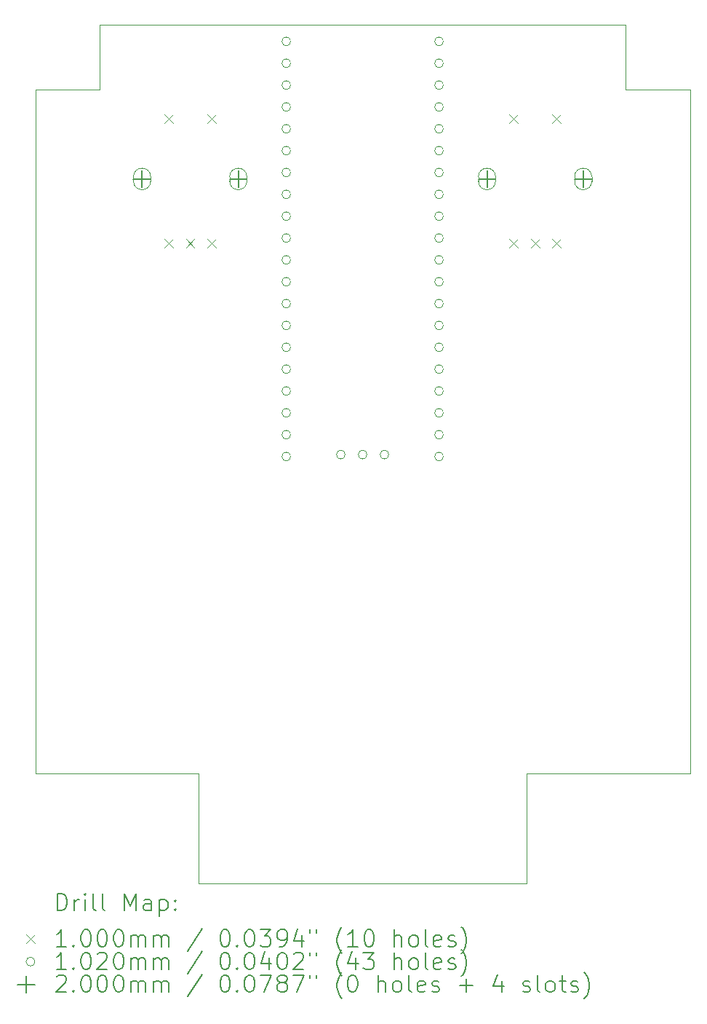
<source format=gbr>
%TF.GenerationSoftware,KiCad,Pcbnew,8.0.4*%
%TF.CreationDate,2024-09-06T01:45:49+10:00*%
%TF.ProjectId,PCB,5043422e-6b69-4636-9164-5f7063625858,rev?*%
%TF.SameCoordinates,Original*%
%TF.FileFunction,Drillmap*%
%TF.FilePolarity,Positive*%
%FSLAX45Y45*%
G04 Gerber Fmt 4.5, Leading zero omitted, Abs format (unit mm)*
G04 Created by KiCad (PCBNEW 8.0.4) date 2024-09-06 01:45:49*
%MOMM*%
%LPD*%
G01*
G04 APERTURE LIST*
%ADD10C,0.100000*%
%ADD11C,0.200000*%
%ADD12C,0.102000*%
G04 APERTURE END LIST*
D10*
X16839500Y-5131500D02*
X17589500Y-5131500D01*
X15689500Y-13081500D02*
X17589500Y-13081500D01*
X16839500Y-5131500D02*
X16839500Y-4381500D01*
X9969500Y-5131500D02*
X9969500Y-13081500D01*
X11869500Y-13081500D02*
X11869500Y-14361500D01*
X9969500Y-5131500D02*
X10719500Y-5131500D01*
X9969500Y-13081500D02*
X11869500Y-13081500D01*
X10719500Y-5131500D02*
X10719500Y-4381500D01*
X17589500Y-5131500D02*
X17589500Y-13081500D01*
X10719500Y-4381500D02*
X16839500Y-4381500D01*
X15689500Y-13081500D02*
X15689500Y-14361500D01*
X11869500Y-14361500D02*
X15689500Y-14361500D01*
D11*
D10*
X11471900Y-5421600D02*
X11571900Y-5521600D01*
X11571900Y-5421600D02*
X11471900Y-5521600D01*
X11471900Y-6871600D02*
X11571900Y-6971600D01*
X11571900Y-6871600D02*
X11471900Y-6971600D01*
X11721900Y-6871600D02*
X11821900Y-6971600D01*
X11821900Y-6871600D02*
X11721900Y-6971600D01*
X11971900Y-5421600D02*
X12071900Y-5521600D01*
X12071900Y-5421600D02*
X11971900Y-5521600D01*
X11971900Y-6871600D02*
X12071900Y-6971600D01*
X12071900Y-6871600D02*
X11971900Y-6971600D01*
X15486900Y-5421600D02*
X15586900Y-5521600D01*
X15586900Y-5421600D02*
X15486900Y-5521600D01*
X15486900Y-6871600D02*
X15586900Y-6971600D01*
X15586900Y-6871600D02*
X15486900Y-6971600D01*
X15736900Y-6871600D02*
X15836900Y-6971600D01*
X15836900Y-6871600D02*
X15736900Y-6971600D01*
X15986900Y-5421600D02*
X16086900Y-5521600D01*
X16086900Y-5421600D02*
X15986900Y-5521600D01*
X15986900Y-6871600D02*
X16086900Y-6971600D01*
X16086900Y-6871600D02*
X15986900Y-6971600D01*
D12*
X12941400Y-4572600D02*
G75*
G02*
X12839400Y-4572600I-51000J0D01*
G01*
X12839400Y-4572600D02*
G75*
G02*
X12941400Y-4572600I51000J0D01*
G01*
X12941400Y-4826600D02*
G75*
G02*
X12839400Y-4826600I-51000J0D01*
G01*
X12839400Y-4826600D02*
G75*
G02*
X12941400Y-4826600I51000J0D01*
G01*
X12941400Y-5080600D02*
G75*
G02*
X12839400Y-5080600I-51000J0D01*
G01*
X12839400Y-5080600D02*
G75*
G02*
X12941400Y-5080600I51000J0D01*
G01*
X12941400Y-5334600D02*
G75*
G02*
X12839400Y-5334600I-51000J0D01*
G01*
X12839400Y-5334600D02*
G75*
G02*
X12941400Y-5334600I51000J0D01*
G01*
X12941400Y-5588600D02*
G75*
G02*
X12839400Y-5588600I-51000J0D01*
G01*
X12839400Y-5588600D02*
G75*
G02*
X12941400Y-5588600I51000J0D01*
G01*
X12941400Y-5842600D02*
G75*
G02*
X12839400Y-5842600I-51000J0D01*
G01*
X12839400Y-5842600D02*
G75*
G02*
X12941400Y-5842600I51000J0D01*
G01*
X12941400Y-6096600D02*
G75*
G02*
X12839400Y-6096600I-51000J0D01*
G01*
X12839400Y-6096600D02*
G75*
G02*
X12941400Y-6096600I51000J0D01*
G01*
X12941400Y-6350600D02*
G75*
G02*
X12839400Y-6350600I-51000J0D01*
G01*
X12839400Y-6350600D02*
G75*
G02*
X12941400Y-6350600I51000J0D01*
G01*
X12941400Y-6604600D02*
G75*
G02*
X12839400Y-6604600I-51000J0D01*
G01*
X12839400Y-6604600D02*
G75*
G02*
X12941400Y-6604600I51000J0D01*
G01*
X12941400Y-6858600D02*
G75*
G02*
X12839400Y-6858600I-51000J0D01*
G01*
X12839400Y-6858600D02*
G75*
G02*
X12941400Y-6858600I51000J0D01*
G01*
X12941400Y-7112600D02*
G75*
G02*
X12839400Y-7112600I-51000J0D01*
G01*
X12839400Y-7112600D02*
G75*
G02*
X12941400Y-7112600I51000J0D01*
G01*
X12941400Y-7366600D02*
G75*
G02*
X12839400Y-7366600I-51000J0D01*
G01*
X12839400Y-7366600D02*
G75*
G02*
X12941400Y-7366600I51000J0D01*
G01*
X12941400Y-7620600D02*
G75*
G02*
X12839400Y-7620600I-51000J0D01*
G01*
X12839400Y-7620600D02*
G75*
G02*
X12941400Y-7620600I51000J0D01*
G01*
X12941400Y-7874600D02*
G75*
G02*
X12839400Y-7874600I-51000J0D01*
G01*
X12839400Y-7874600D02*
G75*
G02*
X12941400Y-7874600I51000J0D01*
G01*
X12941400Y-8128600D02*
G75*
G02*
X12839400Y-8128600I-51000J0D01*
G01*
X12839400Y-8128600D02*
G75*
G02*
X12941400Y-8128600I51000J0D01*
G01*
X12941400Y-8382600D02*
G75*
G02*
X12839400Y-8382600I-51000J0D01*
G01*
X12839400Y-8382600D02*
G75*
G02*
X12941400Y-8382600I51000J0D01*
G01*
X12941400Y-8636600D02*
G75*
G02*
X12839400Y-8636600I-51000J0D01*
G01*
X12839400Y-8636600D02*
G75*
G02*
X12941400Y-8636600I51000J0D01*
G01*
X12941400Y-8890600D02*
G75*
G02*
X12839400Y-8890600I-51000J0D01*
G01*
X12839400Y-8890600D02*
G75*
G02*
X12941400Y-8890600I51000J0D01*
G01*
X12941400Y-9144600D02*
G75*
G02*
X12839400Y-9144600I-51000J0D01*
G01*
X12839400Y-9144600D02*
G75*
G02*
X12941400Y-9144600I51000J0D01*
G01*
X12941400Y-9398600D02*
G75*
G02*
X12839400Y-9398600I-51000J0D01*
G01*
X12839400Y-9398600D02*
G75*
G02*
X12941400Y-9398600I51000J0D01*
G01*
X13576400Y-9375600D02*
G75*
G02*
X13474400Y-9375600I-51000J0D01*
G01*
X13474400Y-9375600D02*
G75*
G02*
X13576400Y-9375600I51000J0D01*
G01*
X13830400Y-9375600D02*
G75*
G02*
X13728400Y-9375600I-51000J0D01*
G01*
X13728400Y-9375600D02*
G75*
G02*
X13830400Y-9375600I51000J0D01*
G01*
X14084400Y-9375600D02*
G75*
G02*
X13982400Y-9375600I-51000J0D01*
G01*
X13982400Y-9375600D02*
G75*
G02*
X14084400Y-9375600I51000J0D01*
G01*
X14719400Y-4572600D02*
G75*
G02*
X14617400Y-4572600I-51000J0D01*
G01*
X14617400Y-4572600D02*
G75*
G02*
X14719400Y-4572600I51000J0D01*
G01*
X14719400Y-4826600D02*
G75*
G02*
X14617400Y-4826600I-51000J0D01*
G01*
X14617400Y-4826600D02*
G75*
G02*
X14719400Y-4826600I51000J0D01*
G01*
X14719400Y-5080600D02*
G75*
G02*
X14617400Y-5080600I-51000J0D01*
G01*
X14617400Y-5080600D02*
G75*
G02*
X14719400Y-5080600I51000J0D01*
G01*
X14719400Y-5334600D02*
G75*
G02*
X14617400Y-5334600I-51000J0D01*
G01*
X14617400Y-5334600D02*
G75*
G02*
X14719400Y-5334600I51000J0D01*
G01*
X14719400Y-5588600D02*
G75*
G02*
X14617400Y-5588600I-51000J0D01*
G01*
X14617400Y-5588600D02*
G75*
G02*
X14719400Y-5588600I51000J0D01*
G01*
X14719400Y-5842600D02*
G75*
G02*
X14617400Y-5842600I-51000J0D01*
G01*
X14617400Y-5842600D02*
G75*
G02*
X14719400Y-5842600I51000J0D01*
G01*
X14719400Y-6096600D02*
G75*
G02*
X14617400Y-6096600I-51000J0D01*
G01*
X14617400Y-6096600D02*
G75*
G02*
X14719400Y-6096600I51000J0D01*
G01*
X14719400Y-6350600D02*
G75*
G02*
X14617400Y-6350600I-51000J0D01*
G01*
X14617400Y-6350600D02*
G75*
G02*
X14719400Y-6350600I51000J0D01*
G01*
X14719400Y-6604600D02*
G75*
G02*
X14617400Y-6604600I-51000J0D01*
G01*
X14617400Y-6604600D02*
G75*
G02*
X14719400Y-6604600I51000J0D01*
G01*
X14719400Y-6858600D02*
G75*
G02*
X14617400Y-6858600I-51000J0D01*
G01*
X14617400Y-6858600D02*
G75*
G02*
X14719400Y-6858600I51000J0D01*
G01*
X14719400Y-7112600D02*
G75*
G02*
X14617400Y-7112600I-51000J0D01*
G01*
X14617400Y-7112600D02*
G75*
G02*
X14719400Y-7112600I51000J0D01*
G01*
X14719400Y-7366600D02*
G75*
G02*
X14617400Y-7366600I-51000J0D01*
G01*
X14617400Y-7366600D02*
G75*
G02*
X14719400Y-7366600I51000J0D01*
G01*
X14719400Y-7620600D02*
G75*
G02*
X14617400Y-7620600I-51000J0D01*
G01*
X14617400Y-7620600D02*
G75*
G02*
X14719400Y-7620600I51000J0D01*
G01*
X14719400Y-7874600D02*
G75*
G02*
X14617400Y-7874600I-51000J0D01*
G01*
X14617400Y-7874600D02*
G75*
G02*
X14719400Y-7874600I51000J0D01*
G01*
X14719400Y-8128600D02*
G75*
G02*
X14617400Y-8128600I-51000J0D01*
G01*
X14617400Y-8128600D02*
G75*
G02*
X14719400Y-8128600I51000J0D01*
G01*
X14719400Y-8382600D02*
G75*
G02*
X14617400Y-8382600I-51000J0D01*
G01*
X14617400Y-8382600D02*
G75*
G02*
X14719400Y-8382600I51000J0D01*
G01*
X14719400Y-8636600D02*
G75*
G02*
X14617400Y-8636600I-51000J0D01*
G01*
X14617400Y-8636600D02*
G75*
G02*
X14719400Y-8636600I51000J0D01*
G01*
X14719400Y-8890600D02*
G75*
G02*
X14617400Y-8890600I-51000J0D01*
G01*
X14617400Y-8890600D02*
G75*
G02*
X14719400Y-8890600I51000J0D01*
G01*
X14719400Y-9144600D02*
G75*
G02*
X14617400Y-9144600I-51000J0D01*
G01*
X14617400Y-9144600D02*
G75*
G02*
X14719400Y-9144600I51000J0D01*
G01*
X14719400Y-9398600D02*
G75*
G02*
X14617400Y-9398600I-51000J0D01*
G01*
X14617400Y-9398600D02*
G75*
G02*
X14719400Y-9398600I51000J0D01*
G01*
D11*
X11211900Y-6071600D02*
X11211900Y-6271600D01*
X11111900Y-6171600D02*
X11311900Y-6171600D01*
D10*
X11311900Y-6196600D02*
X11311900Y-6146600D01*
X11111900Y-6146600D02*
G75*
G02*
X11311900Y-6146600I100000J0D01*
G01*
X11111900Y-6146600D02*
X11111900Y-6196600D01*
X11111900Y-6196600D02*
G75*
G03*
X11311900Y-6196600I100000J0D01*
G01*
D11*
X12331900Y-6071600D02*
X12331900Y-6271600D01*
X12231900Y-6171600D02*
X12431900Y-6171600D01*
D10*
X12431900Y-6196600D02*
X12431900Y-6146600D01*
X12231900Y-6146600D02*
G75*
G02*
X12431900Y-6146600I100000J0D01*
G01*
X12231900Y-6146600D02*
X12231900Y-6196600D01*
X12231900Y-6196600D02*
G75*
G03*
X12431900Y-6196600I100000J0D01*
G01*
D11*
X15226900Y-6071600D02*
X15226900Y-6271600D01*
X15126900Y-6171600D02*
X15326900Y-6171600D01*
D10*
X15326900Y-6196600D02*
X15326900Y-6146600D01*
X15126900Y-6146600D02*
G75*
G02*
X15326900Y-6146600I100000J0D01*
G01*
X15126900Y-6146600D02*
X15126900Y-6196600D01*
X15126900Y-6196600D02*
G75*
G03*
X15326900Y-6196600I100000J0D01*
G01*
D11*
X16346900Y-6071600D02*
X16346900Y-6271600D01*
X16246900Y-6171600D02*
X16446900Y-6171600D01*
D10*
X16446900Y-6196600D02*
X16446900Y-6146600D01*
X16246900Y-6146600D02*
G75*
G02*
X16446900Y-6146600I100000J0D01*
G01*
X16246900Y-6146600D02*
X16246900Y-6196600D01*
X16246900Y-6196600D02*
G75*
G03*
X16446900Y-6196600I100000J0D01*
G01*
D11*
X10225277Y-14677984D02*
X10225277Y-14477984D01*
X10225277Y-14477984D02*
X10272896Y-14477984D01*
X10272896Y-14477984D02*
X10301467Y-14487508D01*
X10301467Y-14487508D02*
X10320515Y-14506555D01*
X10320515Y-14506555D02*
X10330039Y-14525603D01*
X10330039Y-14525603D02*
X10339563Y-14563698D01*
X10339563Y-14563698D02*
X10339563Y-14592269D01*
X10339563Y-14592269D02*
X10330039Y-14630365D01*
X10330039Y-14630365D02*
X10320515Y-14649412D01*
X10320515Y-14649412D02*
X10301467Y-14668460D01*
X10301467Y-14668460D02*
X10272896Y-14677984D01*
X10272896Y-14677984D02*
X10225277Y-14677984D01*
X10425277Y-14677984D02*
X10425277Y-14544650D01*
X10425277Y-14582746D02*
X10434801Y-14563698D01*
X10434801Y-14563698D02*
X10444324Y-14554174D01*
X10444324Y-14554174D02*
X10463372Y-14544650D01*
X10463372Y-14544650D02*
X10482420Y-14544650D01*
X10549086Y-14677984D02*
X10549086Y-14544650D01*
X10549086Y-14477984D02*
X10539563Y-14487508D01*
X10539563Y-14487508D02*
X10549086Y-14497031D01*
X10549086Y-14497031D02*
X10558610Y-14487508D01*
X10558610Y-14487508D02*
X10549086Y-14477984D01*
X10549086Y-14477984D02*
X10549086Y-14497031D01*
X10672896Y-14677984D02*
X10653848Y-14668460D01*
X10653848Y-14668460D02*
X10644324Y-14649412D01*
X10644324Y-14649412D02*
X10644324Y-14477984D01*
X10777658Y-14677984D02*
X10758610Y-14668460D01*
X10758610Y-14668460D02*
X10749086Y-14649412D01*
X10749086Y-14649412D02*
X10749086Y-14477984D01*
X11006229Y-14677984D02*
X11006229Y-14477984D01*
X11006229Y-14477984D02*
X11072896Y-14620841D01*
X11072896Y-14620841D02*
X11139563Y-14477984D01*
X11139563Y-14477984D02*
X11139563Y-14677984D01*
X11320515Y-14677984D02*
X11320515Y-14573222D01*
X11320515Y-14573222D02*
X11310991Y-14554174D01*
X11310991Y-14554174D02*
X11291943Y-14544650D01*
X11291943Y-14544650D02*
X11253848Y-14544650D01*
X11253848Y-14544650D02*
X11234801Y-14554174D01*
X11320515Y-14668460D02*
X11301467Y-14677984D01*
X11301467Y-14677984D02*
X11253848Y-14677984D01*
X11253848Y-14677984D02*
X11234801Y-14668460D01*
X11234801Y-14668460D02*
X11225277Y-14649412D01*
X11225277Y-14649412D02*
X11225277Y-14630365D01*
X11225277Y-14630365D02*
X11234801Y-14611317D01*
X11234801Y-14611317D02*
X11253848Y-14601793D01*
X11253848Y-14601793D02*
X11301467Y-14601793D01*
X11301467Y-14601793D02*
X11320515Y-14592269D01*
X11415753Y-14544650D02*
X11415753Y-14744650D01*
X11415753Y-14554174D02*
X11434801Y-14544650D01*
X11434801Y-14544650D02*
X11472896Y-14544650D01*
X11472896Y-14544650D02*
X11491943Y-14554174D01*
X11491943Y-14554174D02*
X11501467Y-14563698D01*
X11501467Y-14563698D02*
X11510991Y-14582746D01*
X11510991Y-14582746D02*
X11510991Y-14639888D01*
X11510991Y-14639888D02*
X11501467Y-14658936D01*
X11501467Y-14658936D02*
X11491943Y-14668460D01*
X11491943Y-14668460D02*
X11472896Y-14677984D01*
X11472896Y-14677984D02*
X11434801Y-14677984D01*
X11434801Y-14677984D02*
X11415753Y-14668460D01*
X11596705Y-14658936D02*
X11606229Y-14668460D01*
X11606229Y-14668460D02*
X11596705Y-14677984D01*
X11596705Y-14677984D02*
X11587182Y-14668460D01*
X11587182Y-14668460D02*
X11596705Y-14658936D01*
X11596705Y-14658936D02*
X11596705Y-14677984D01*
X11596705Y-14554174D02*
X11606229Y-14563698D01*
X11606229Y-14563698D02*
X11596705Y-14573222D01*
X11596705Y-14573222D02*
X11587182Y-14563698D01*
X11587182Y-14563698D02*
X11596705Y-14554174D01*
X11596705Y-14554174D02*
X11596705Y-14573222D01*
D10*
X9864500Y-14956500D02*
X9964500Y-15056500D01*
X9964500Y-14956500D02*
X9864500Y-15056500D01*
D11*
X10330039Y-15097984D02*
X10215753Y-15097984D01*
X10272896Y-15097984D02*
X10272896Y-14897984D01*
X10272896Y-14897984D02*
X10253848Y-14926555D01*
X10253848Y-14926555D02*
X10234801Y-14945603D01*
X10234801Y-14945603D02*
X10215753Y-14955127D01*
X10415753Y-15078936D02*
X10425277Y-15088460D01*
X10425277Y-15088460D02*
X10415753Y-15097984D01*
X10415753Y-15097984D02*
X10406229Y-15088460D01*
X10406229Y-15088460D02*
X10415753Y-15078936D01*
X10415753Y-15078936D02*
X10415753Y-15097984D01*
X10549086Y-14897984D02*
X10568134Y-14897984D01*
X10568134Y-14897984D02*
X10587182Y-14907508D01*
X10587182Y-14907508D02*
X10596705Y-14917031D01*
X10596705Y-14917031D02*
X10606229Y-14936079D01*
X10606229Y-14936079D02*
X10615753Y-14974174D01*
X10615753Y-14974174D02*
X10615753Y-15021793D01*
X10615753Y-15021793D02*
X10606229Y-15059888D01*
X10606229Y-15059888D02*
X10596705Y-15078936D01*
X10596705Y-15078936D02*
X10587182Y-15088460D01*
X10587182Y-15088460D02*
X10568134Y-15097984D01*
X10568134Y-15097984D02*
X10549086Y-15097984D01*
X10549086Y-15097984D02*
X10530039Y-15088460D01*
X10530039Y-15088460D02*
X10520515Y-15078936D01*
X10520515Y-15078936D02*
X10510991Y-15059888D01*
X10510991Y-15059888D02*
X10501467Y-15021793D01*
X10501467Y-15021793D02*
X10501467Y-14974174D01*
X10501467Y-14974174D02*
X10510991Y-14936079D01*
X10510991Y-14936079D02*
X10520515Y-14917031D01*
X10520515Y-14917031D02*
X10530039Y-14907508D01*
X10530039Y-14907508D02*
X10549086Y-14897984D01*
X10739563Y-14897984D02*
X10758610Y-14897984D01*
X10758610Y-14897984D02*
X10777658Y-14907508D01*
X10777658Y-14907508D02*
X10787182Y-14917031D01*
X10787182Y-14917031D02*
X10796705Y-14936079D01*
X10796705Y-14936079D02*
X10806229Y-14974174D01*
X10806229Y-14974174D02*
X10806229Y-15021793D01*
X10806229Y-15021793D02*
X10796705Y-15059888D01*
X10796705Y-15059888D02*
X10787182Y-15078936D01*
X10787182Y-15078936D02*
X10777658Y-15088460D01*
X10777658Y-15088460D02*
X10758610Y-15097984D01*
X10758610Y-15097984D02*
X10739563Y-15097984D01*
X10739563Y-15097984D02*
X10720515Y-15088460D01*
X10720515Y-15088460D02*
X10710991Y-15078936D01*
X10710991Y-15078936D02*
X10701467Y-15059888D01*
X10701467Y-15059888D02*
X10691944Y-15021793D01*
X10691944Y-15021793D02*
X10691944Y-14974174D01*
X10691944Y-14974174D02*
X10701467Y-14936079D01*
X10701467Y-14936079D02*
X10710991Y-14917031D01*
X10710991Y-14917031D02*
X10720515Y-14907508D01*
X10720515Y-14907508D02*
X10739563Y-14897984D01*
X10930039Y-14897984D02*
X10949086Y-14897984D01*
X10949086Y-14897984D02*
X10968134Y-14907508D01*
X10968134Y-14907508D02*
X10977658Y-14917031D01*
X10977658Y-14917031D02*
X10987182Y-14936079D01*
X10987182Y-14936079D02*
X10996705Y-14974174D01*
X10996705Y-14974174D02*
X10996705Y-15021793D01*
X10996705Y-15021793D02*
X10987182Y-15059888D01*
X10987182Y-15059888D02*
X10977658Y-15078936D01*
X10977658Y-15078936D02*
X10968134Y-15088460D01*
X10968134Y-15088460D02*
X10949086Y-15097984D01*
X10949086Y-15097984D02*
X10930039Y-15097984D01*
X10930039Y-15097984D02*
X10910991Y-15088460D01*
X10910991Y-15088460D02*
X10901467Y-15078936D01*
X10901467Y-15078936D02*
X10891944Y-15059888D01*
X10891944Y-15059888D02*
X10882420Y-15021793D01*
X10882420Y-15021793D02*
X10882420Y-14974174D01*
X10882420Y-14974174D02*
X10891944Y-14936079D01*
X10891944Y-14936079D02*
X10901467Y-14917031D01*
X10901467Y-14917031D02*
X10910991Y-14907508D01*
X10910991Y-14907508D02*
X10930039Y-14897984D01*
X11082420Y-15097984D02*
X11082420Y-14964650D01*
X11082420Y-14983698D02*
X11091944Y-14974174D01*
X11091944Y-14974174D02*
X11110991Y-14964650D01*
X11110991Y-14964650D02*
X11139563Y-14964650D01*
X11139563Y-14964650D02*
X11158610Y-14974174D01*
X11158610Y-14974174D02*
X11168134Y-14993222D01*
X11168134Y-14993222D02*
X11168134Y-15097984D01*
X11168134Y-14993222D02*
X11177658Y-14974174D01*
X11177658Y-14974174D02*
X11196705Y-14964650D01*
X11196705Y-14964650D02*
X11225277Y-14964650D01*
X11225277Y-14964650D02*
X11244324Y-14974174D01*
X11244324Y-14974174D02*
X11253848Y-14993222D01*
X11253848Y-14993222D02*
X11253848Y-15097984D01*
X11349086Y-15097984D02*
X11349086Y-14964650D01*
X11349086Y-14983698D02*
X11358610Y-14974174D01*
X11358610Y-14974174D02*
X11377658Y-14964650D01*
X11377658Y-14964650D02*
X11406229Y-14964650D01*
X11406229Y-14964650D02*
X11425277Y-14974174D01*
X11425277Y-14974174D02*
X11434801Y-14993222D01*
X11434801Y-14993222D02*
X11434801Y-15097984D01*
X11434801Y-14993222D02*
X11444324Y-14974174D01*
X11444324Y-14974174D02*
X11463372Y-14964650D01*
X11463372Y-14964650D02*
X11491943Y-14964650D01*
X11491943Y-14964650D02*
X11510991Y-14974174D01*
X11510991Y-14974174D02*
X11520515Y-14993222D01*
X11520515Y-14993222D02*
X11520515Y-15097984D01*
X11910991Y-14888460D02*
X11739563Y-15145603D01*
X12168134Y-14897984D02*
X12187182Y-14897984D01*
X12187182Y-14897984D02*
X12206229Y-14907508D01*
X12206229Y-14907508D02*
X12215753Y-14917031D01*
X12215753Y-14917031D02*
X12225277Y-14936079D01*
X12225277Y-14936079D02*
X12234801Y-14974174D01*
X12234801Y-14974174D02*
X12234801Y-15021793D01*
X12234801Y-15021793D02*
X12225277Y-15059888D01*
X12225277Y-15059888D02*
X12215753Y-15078936D01*
X12215753Y-15078936D02*
X12206229Y-15088460D01*
X12206229Y-15088460D02*
X12187182Y-15097984D01*
X12187182Y-15097984D02*
X12168134Y-15097984D01*
X12168134Y-15097984D02*
X12149086Y-15088460D01*
X12149086Y-15088460D02*
X12139563Y-15078936D01*
X12139563Y-15078936D02*
X12130039Y-15059888D01*
X12130039Y-15059888D02*
X12120515Y-15021793D01*
X12120515Y-15021793D02*
X12120515Y-14974174D01*
X12120515Y-14974174D02*
X12130039Y-14936079D01*
X12130039Y-14936079D02*
X12139563Y-14917031D01*
X12139563Y-14917031D02*
X12149086Y-14907508D01*
X12149086Y-14907508D02*
X12168134Y-14897984D01*
X12320515Y-15078936D02*
X12330039Y-15088460D01*
X12330039Y-15088460D02*
X12320515Y-15097984D01*
X12320515Y-15097984D02*
X12310991Y-15088460D01*
X12310991Y-15088460D02*
X12320515Y-15078936D01*
X12320515Y-15078936D02*
X12320515Y-15097984D01*
X12453848Y-14897984D02*
X12472896Y-14897984D01*
X12472896Y-14897984D02*
X12491944Y-14907508D01*
X12491944Y-14907508D02*
X12501467Y-14917031D01*
X12501467Y-14917031D02*
X12510991Y-14936079D01*
X12510991Y-14936079D02*
X12520515Y-14974174D01*
X12520515Y-14974174D02*
X12520515Y-15021793D01*
X12520515Y-15021793D02*
X12510991Y-15059888D01*
X12510991Y-15059888D02*
X12501467Y-15078936D01*
X12501467Y-15078936D02*
X12491944Y-15088460D01*
X12491944Y-15088460D02*
X12472896Y-15097984D01*
X12472896Y-15097984D02*
X12453848Y-15097984D01*
X12453848Y-15097984D02*
X12434801Y-15088460D01*
X12434801Y-15088460D02*
X12425277Y-15078936D01*
X12425277Y-15078936D02*
X12415753Y-15059888D01*
X12415753Y-15059888D02*
X12406229Y-15021793D01*
X12406229Y-15021793D02*
X12406229Y-14974174D01*
X12406229Y-14974174D02*
X12415753Y-14936079D01*
X12415753Y-14936079D02*
X12425277Y-14917031D01*
X12425277Y-14917031D02*
X12434801Y-14907508D01*
X12434801Y-14907508D02*
X12453848Y-14897984D01*
X12587182Y-14897984D02*
X12710991Y-14897984D01*
X12710991Y-14897984D02*
X12644325Y-14974174D01*
X12644325Y-14974174D02*
X12672896Y-14974174D01*
X12672896Y-14974174D02*
X12691944Y-14983698D01*
X12691944Y-14983698D02*
X12701467Y-14993222D01*
X12701467Y-14993222D02*
X12710991Y-15012269D01*
X12710991Y-15012269D02*
X12710991Y-15059888D01*
X12710991Y-15059888D02*
X12701467Y-15078936D01*
X12701467Y-15078936D02*
X12691944Y-15088460D01*
X12691944Y-15088460D02*
X12672896Y-15097984D01*
X12672896Y-15097984D02*
X12615753Y-15097984D01*
X12615753Y-15097984D02*
X12596706Y-15088460D01*
X12596706Y-15088460D02*
X12587182Y-15078936D01*
X12806229Y-15097984D02*
X12844325Y-15097984D01*
X12844325Y-15097984D02*
X12863372Y-15088460D01*
X12863372Y-15088460D02*
X12872896Y-15078936D01*
X12872896Y-15078936D02*
X12891944Y-15050365D01*
X12891944Y-15050365D02*
X12901467Y-15012269D01*
X12901467Y-15012269D02*
X12901467Y-14936079D01*
X12901467Y-14936079D02*
X12891944Y-14917031D01*
X12891944Y-14917031D02*
X12882420Y-14907508D01*
X12882420Y-14907508D02*
X12863372Y-14897984D01*
X12863372Y-14897984D02*
X12825277Y-14897984D01*
X12825277Y-14897984D02*
X12806229Y-14907508D01*
X12806229Y-14907508D02*
X12796706Y-14917031D01*
X12796706Y-14917031D02*
X12787182Y-14936079D01*
X12787182Y-14936079D02*
X12787182Y-14983698D01*
X12787182Y-14983698D02*
X12796706Y-15002746D01*
X12796706Y-15002746D02*
X12806229Y-15012269D01*
X12806229Y-15012269D02*
X12825277Y-15021793D01*
X12825277Y-15021793D02*
X12863372Y-15021793D01*
X12863372Y-15021793D02*
X12882420Y-15012269D01*
X12882420Y-15012269D02*
X12891944Y-15002746D01*
X12891944Y-15002746D02*
X12901467Y-14983698D01*
X13072896Y-14964650D02*
X13072896Y-15097984D01*
X13025277Y-14888460D02*
X12977658Y-15031317D01*
X12977658Y-15031317D02*
X13101467Y-15031317D01*
X13168134Y-14897984D02*
X13168134Y-14936079D01*
X13244325Y-14897984D02*
X13244325Y-14936079D01*
X13539563Y-15174174D02*
X13530039Y-15164650D01*
X13530039Y-15164650D02*
X13510991Y-15136079D01*
X13510991Y-15136079D02*
X13501468Y-15117031D01*
X13501468Y-15117031D02*
X13491944Y-15088460D01*
X13491944Y-15088460D02*
X13482420Y-15040841D01*
X13482420Y-15040841D02*
X13482420Y-15002746D01*
X13482420Y-15002746D02*
X13491944Y-14955127D01*
X13491944Y-14955127D02*
X13501468Y-14926555D01*
X13501468Y-14926555D02*
X13510991Y-14907508D01*
X13510991Y-14907508D02*
X13530039Y-14878936D01*
X13530039Y-14878936D02*
X13539563Y-14869412D01*
X13720515Y-15097984D02*
X13606229Y-15097984D01*
X13663372Y-15097984D02*
X13663372Y-14897984D01*
X13663372Y-14897984D02*
X13644325Y-14926555D01*
X13644325Y-14926555D02*
X13625277Y-14945603D01*
X13625277Y-14945603D02*
X13606229Y-14955127D01*
X13844325Y-14897984D02*
X13863372Y-14897984D01*
X13863372Y-14897984D02*
X13882420Y-14907508D01*
X13882420Y-14907508D02*
X13891944Y-14917031D01*
X13891944Y-14917031D02*
X13901468Y-14936079D01*
X13901468Y-14936079D02*
X13910991Y-14974174D01*
X13910991Y-14974174D02*
X13910991Y-15021793D01*
X13910991Y-15021793D02*
X13901468Y-15059888D01*
X13901468Y-15059888D02*
X13891944Y-15078936D01*
X13891944Y-15078936D02*
X13882420Y-15088460D01*
X13882420Y-15088460D02*
X13863372Y-15097984D01*
X13863372Y-15097984D02*
X13844325Y-15097984D01*
X13844325Y-15097984D02*
X13825277Y-15088460D01*
X13825277Y-15088460D02*
X13815753Y-15078936D01*
X13815753Y-15078936D02*
X13806229Y-15059888D01*
X13806229Y-15059888D02*
X13796706Y-15021793D01*
X13796706Y-15021793D02*
X13796706Y-14974174D01*
X13796706Y-14974174D02*
X13806229Y-14936079D01*
X13806229Y-14936079D02*
X13815753Y-14917031D01*
X13815753Y-14917031D02*
X13825277Y-14907508D01*
X13825277Y-14907508D02*
X13844325Y-14897984D01*
X14149087Y-15097984D02*
X14149087Y-14897984D01*
X14234801Y-15097984D02*
X14234801Y-14993222D01*
X14234801Y-14993222D02*
X14225277Y-14974174D01*
X14225277Y-14974174D02*
X14206230Y-14964650D01*
X14206230Y-14964650D02*
X14177658Y-14964650D01*
X14177658Y-14964650D02*
X14158610Y-14974174D01*
X14158610Y-14974174D02*
X14149087Y-14983698D01*
X14358610Y-15097984D02*
X14339563Y-15088460D01*
X14339563Y-15088460D02*
X14330039Y-15078936D01*
X14330039Y-15078936D02*
X14320515Y-15059888D01*
X14320515Y-15059888D02*
X14320515Y-15002746D01*
X14320515Y-15002746D02*
X14330039Y-14983698D01*
X14330039Y-14983698D02*
X14339563Y-14974174D01*
X14339563Y-14974174D02*
X14358610Y-14964650D01*
X14358610Y-14964650D02*
X14387182Y-14964650D01*
X14387182Y-14964650D02*
X14406230Y-14974174D01*
X14406230Y-14974174D02*
X14415753Y-14983698D01*
X14415753Y-14983698D02*
X14425277Y-15002746D01*
X14425277Y-15002746D02*
X14425277Y-15059888D01*
X14425277Y-15059888D02*
X14415753Y-15078936D01*
X14415753Y-15078936D02*
X14406230Y-15088460D01*
X14406230Y-15088460D02*
X14387182Y-15097984D01*
X14387182Y-15097984D02*
X14358610Y-15097984D01*
X14539563Y-15097984D02*
X14520515Y-15088460D01*
X14520515Y-15088460D02*
X14510991Y-15069412D01*
X14510991Y-15069412D02*
X14510991Y-14897984D01*
X14691944Y-15088460D02*
X14672896Y-15097984D01*
X14672896Y-15097984D02*
X14634801Y-15097984D01*
X14634801Y-15097984D02*
X14615753Y-15088460D01*
X14615753Y-15088460D02*
X14606230Y-15069412D01*
X14606230Y-15069412D02*
X14606230Y-14993222D01*
X14606230Y-14993222D02*
X14615753Y-14974174D01*
X14615753Y-14974174D02*
X14634801Y-14964650D01*
X14634801Y-14964650D02*
X14672896Y-14964650D01*
X14672896Y-14964650D02*
X14691944Y-14974174D01*
X14691944Y-14974174D02*
X14701468Y-14993222D01*
X14701468Y-14993222D02*
X14701468Y-15012269D01*
X14701468Y-15012269D02*
X14606230Y-15031317D01*
X14777658Y-15088460D02*
X14796706Y-15097984D01*
X14796706Y-15097984D02*
X14834801Y-15097984D01*
X14834801Y-15097984D02*
X14853849Y-15088460D01*
X14853849Y-15088460D02*
X14863372Y-15069412D01*
X14863372Y-15069412D02*
X14863372Y-15059888D01*
X14863372Y-15059888D02*
X14853849Y-15040841D01*
X14853849Y-15040841D02*
X14834801Y-15031317D01*
X14834801Y-15031317D02*
X14806230Y-15031317D01*
X14806230Y-15031317D02*
X14787182Y-15021793D01*
X14787182Y-15021793D02*
X14777658Y-15002746D01*
X14777658Y-15002746D02*
X14777658Y-14993222D01*
X14777658Y-14993222D02*
X14787182Y-14974174D01*
X14787182Y-14974174D02*
X14806230Y-14964650D01*
X14806230Y-14964650D02*
X14834801Y-14964650D01*
X14834801Y-14964650D02*
X14853849Y-14974174D01*
X14930039Y-15174174D02*
X14939563Y-15164650D01*
X14939563Y-15164650D02*
X14958611Y-15136079D01*
X14958611Y-15136079D02*
X14968134Y-15117031D01*
X14968134Y-15117031D02*
X14977658Y-15088460D01*
X14977658Y-15088460D02*
X14987182Y-15040841D01*
X14987182Y-15040841D02*
X14987182Y-15002746D01*
X14987182Y-15002746D02*
X14977658Y-14955127D01*
X14977658Y-14955127D02*
X14968134Y-14926555D01*
X14968134Y-14926555D02*
X14958611Y-14907508D01*
X14958611Y-14907508D02*
X14939563Y-14878936D01*
X14939563Y-14878936D02*
X14930039Y-14869412D01*
D12*
X9964500Y-15270500D02*
G75*
G02*
X9862500Y-15270500I-51000J0D01*
G01*
X9862500Y-15270500D02*
G75*
G02*
X9964500Y-15270500I51000J0D01*
G01*
D11*
X10330039Y-15361984D02*
X10215753Y-15361984D01*
X10272896Y-15361984D02*
X10272896Y-15161984D01*
X10272896Y-15161984D02*
X10253848Y-15190555D01*
X10253848Y-15190555D02*
X10234801Y-15209603D01*
X10234801Y-15209603D02*
X10215753Y-15219127D01*
X10415753Y-15342936D02*
X10425277Y-15352460D01*
X10425277Y-15352460D02*
X10415753Y-15361984D01*
X10415753Y-15361984D02*
X10406229Y-15352460D01*
X10406229Y-15352460D02*
X10415753Y-15342936D01*
X10415753Y-15342936D02*
X10415753Y-15361984D01*
X10549086Y-15161984D02*
X10568134Y-15161984D01*
X10568134Y-15161984D02*
X10587182Y-15171508D01*
X10587182Y-15171508D02*
X10596705Y-15181031D01*
X10596705Y-15181031D02*
X10606229Y-15200079D01*
X10606229Y-15200079D02*
X10615753Y-15238174D01*
X10615753Y-15238174D02*
X10615753Y-15285793D01*
X10615753Y-15285793D02*
X10606229Y-15323888D01*
X10606229Y-15323888D02*
X10596705Y-15342936D01*
X10596705Y-15342936D02*
X10587182Y-15352460D01*
X10587182Y-15352460D02*
X10568134Y-15361984D01*
X10568134Y-15361984D02*
X10549086Y-15361984D01*
X10549086Y-15361984D02*
X10530039Y-15352460D01*
X10530039Y-15352460D02*
X10520515Y-15342936D01*
X10520515Y-15342936D02*
X10510991Y-15323888D01*
X10510991Y-15323888D02*
X10501467Y-15285793D01*
X10501467Y-15285793D02*
X10501467Y-15238174D01*
X10501467Y-15238174D02*
X10510991Y-15200079D01*
X10510991Y-15200079D02*
X10520515Y-15181031D01*
X10520515Y-15181031D02*
X10530039Y-15171508D01*
X10530039Y-15171508D02*
X10549086Y-15161984D01*
X10691944Y-15181031D02*
X10701467Y-15171508D01*
X10701467Y-15171508D02*
X10720515Y-15161984D01*
X10720515Y-15161984D02*
X10768134Y-15161984D01*
X10768134Y-15161984D02*
X10787182Y-15171508D01*
X10787182Y-15171508D02*
X10796705Y-15181031D01*
X10796705Y-15181031D02*
X10806229Y-15200079D01*
X10806229Y-15200079D02*
X10806229Y-15219127D01*
X10806229Y-15219127D02*
X10796705Y-15247698D01*
X10796705Y-15247698D02*
X10682420Y-15361984D01*
X10682420Y-15361984D02*
X10806229Y-15361984D01*
X10930039Y-15161984D02*
X10949086Y-15161984D01*
X10949086Y-15161984D02*
X10968134Y-15171508D01*
X10968134Y-15171508D02*
X10977658Y-15181031D01*
X10977658Y-15181031D02*
X10987182Y-15200079D01*
X10987182Y-15200079D02*
X10996705Y-15238174D01*
X10996705Y-15238174D02*
X10996705Y-15285793D01*
X10996705Y-15285793D02*
X10987182Y-15323888D01*
X10987182Y-15323888D02*
X10977658Y-15342936D01*
X10977658Y-15342936D02*
X10968134Y-15352460D01*
X10968134Y-15352460D02*
X10949086Y-15361984D01*
X10949086Y-15361984D02*
X10930039Y-15361984D01*
X10930039Y-15361984D02*
X10910991Y-15352460D01*
X10910991Y-15352460D02*
X10901467Y-15342936D01*
X10901467Y-15342936D02*
X10891944Y-15323888D01*
X10891944Y-15323888D02*
X10882420Y-15285793D01*
X10882420Y-15285793D02*
X10882420Y-15238174D01*
X10882420Y-15238174D02*
X10891944Y-15200079D01*
X10891944Y-15200079D02*
X10901467Y-15181031D01*
X10901467Y-15181031D02*
X10910991Y-15171508D01*
X10910991Y-15171508D02*
X10930039Y-15161984D01*
X11082420Y-15361984D02*
X11082420Y-15228650D01*
X11082420Y-15247698D02*
X11091944Y-15238174D01*
X11091944Y-15238174D02*
X11110991Y-15228650D01*
X11110991Y-15228650D02*
X11139563Y-15228650D01*
X11139563Y-15228650D02*
X11158610Y-15238174D01*
X11158610Y-15238174D02*
X11168134Y-15257222D01*
X11168134Y-15257222D02*
X11168134Y-15361984D01*
X11168134Y-15257222D02*
X11177658Y-15238174D01*
X11177658Y-15238174D02*
X11196705Y-15228650D01*
X11196705Y-15228650D02*
X11225277Y-15228650D01*
X11225277Y-15228650D02*
X11244324Y-15238174D01*
X11244324Y-15238174D02*
X11253848Y-15257222D01*
X11253848Y-15257222D02*
X11253848Y-15361984D01*
X11349086Y-15361984D02*
X11349086Y-15228650D01*
X11349086Y-15247698D02*
X11358610Y-15238174D01*
X11358610Y-15238174D02*
X11377658Y-15228650D01*
X11377658Y-15228650D02*
X11406229Y-15228650D01*
X11406229Y-15228650D02*
X11425277Y-15238174D01*
X11425277Y-15238174D02*
X11434801Y-15257222D01*
X11434801Y-15257222D02*
X11434801Y-15361984D01*
X11434801Y-15257222D02*
X11444324Y-15238174D01*
X11444324Y-15238174D02*
X11463372Y-15228650D01*
X11463372Y-15228650D02*
X11491943Y-15228650D01*
X11491943Y-15228650D02*
X11510991Y-15238174D01*
X11510991Y-15238174D02*
X11520515Y-15257222D01*
X11520515Y-15257222D02*
X11520515Y-15361984D01*
X11910991Y-15152460D02*
X11739563Y-15409603D01*
X12168134Y-15161984D02*
X12187182Y-15161984D01*
X12187182Y-15161984D02*
X12206229Y-15171508D01*
X12206229Y-15171508D02*
X12215753Y-15181031D01*
X12215753Y-15181031D02*
X12225277Y-15200079D01*
X12225277Y-15200079D02*
X12234801Y-15238174D01*
X12234801Y-15238174D02*
X12234801Y-15285793D01*
X12234801Y-15285793D02*
X12225277Y-15323888D01*
X12225277Y-15323888D02*
X12215753Y-15342936D01*
X12215753Y-15342936D02*
X12206229Y-15352460D01*
X12206229Y-15352460D02*
X12187182Y-15361984D01*
X12187182Y-15361984D02*
X12168134Y-15361984D01*
X12168134Y-15361984D02*
X12149086Y-15352460D01*
X12149086Y-15352460D02*
X12139563Y-15342936D01*
X12139563Y-15342936D02*
X12130039Y-15323888D01*
X12130039Y-15323888D02*
X12120515Y-15285793D01*
X12120515Y-15285793D02*
X12120515Y-15238174D01*
X12120515Y-15238174D02*
X12130039Y-15200079D01*
X12130039Y-15200079D02*
X12139563Y-15181031D01*
X12139563Y-15181031D02*
X12149086Y-15171508D01*
X12149086Y-15171508D02*
X12168134Y-15161984D01*
X12320515Y-15342936D02*
X12330039Y-15352460D01*
X12330039Y-15352460D02*
X12320515Y-15361984D01*
X12320515Y-15361984D02*
X12310991Y-15352460D01*
X12310991Y-15352460D02*
X12320515Y-15342936D01*
X12320515Y-15342936D02*
X12320515Y-15361984D01*
X12453848Y-15161984D02*
X12472896Y-15161984D01*
X12472896Y-15161984D02*
X12491944Y-15171508D01*
X12491944Y-15171508D02*
X12501467Y-15181031D01*
X12501467Y-15181031D02*
X12510991Y-15200079D01*
X12510991Y-15200079D02*
X12520515Y-15238174D01*
X12520515Y-15238174D02*
X12520515Y-15285793D01*
X12520515Y-15285793D02*
X12510991Y-15323888D01*
X12510991Y-15323888D02*
X12501467Y-15342936D01*
X12501467Y-15342936D02*
X12491944Y-15352460D01*
X12491944Y-15352460D02*
X12472896Y-15361984D01*
X12472896Y-15361984D02*
X12453848Y-15361984D01*
X12453848Y-15361984D02*
X12434801Y-15352460D01*
X12434801Y-15352460D02*
X12425277Y-15342936D01*
X12425277Y-15342936D02*
X12415753Y-15323888D01*
X12415753Y-15323888D02*
X12406229Y-15285793D01*
X12406229Y-15285793D02*
X12406229Y-15238174D01*
X12406229Y-15238174D02*
X12415753Y-15200079D01*
X12415753Y-15200079D02*
X12425277Y-15181031D01*
X12425277Y-15181031D02*
X12434801Y-15171508D01*
X12434801Y-15171508D02*
X12453848Y-15161984D01*
X12691944Y-15228650D02*
X12691944Y-15361984D01*
X12644325Y-15152460D02*
X12596706Y-15295317D01*
X12596706Y-15295317D02*
X12720515Y-15295317D01*
X12834801Y-15161984D02*
X12853848Y-15161984D01*
X12853848Y-15161984D02*
X12872896Y-15171508D01*
X12872896Y-15171508D02*
X12882420Y-15181031D01*
X12882420Y-15181031D02*
X12891944Y-15200079D01*
X12891944Y-15200079D02*
X12901467Y-15238174D01*
X12901467Y-15238174D02*
X12901467Y-15285793D01*
X12901467Y-15285793D02*
X12891944Y-15323888D01*
X12891944Y-15323888D02*
X12882420Y-15342936D01*
X12882420Y-15342936D02*
X12872896Y-15352460D01*
X12872896Y-15352460D02*
X12853848Y-15361984D01*
X12853848Y-15361984D02*
X12834801Y-15361984D01*
X12834801Y-15361984D02*
X12815753Y-15352460D01*
X12815753Y-15352460D02*
X12806229Y-15342936D01*
X12806229Y-15342936D02*
X12796706Y-15323888D01*
X12796706Y-15323888D02*
X12787182Y-15285793D01*
X12787182Y-15285793D02*
X12787182Y-15238174D01*
X12787182Y-15238174D02*
X12796706Y-15200079D01*
X12796706Y-15200079D02*
X12806229Y-15181031D01*
X12806229Y-15181031D02*
X12815753Y-15171508D01*
X12815753Y-15171508D02*
X12834801Y-15161984D01*
X12977658Y-15181031D02*
X12987182Y-15171508D01*
X12987182Y-15171508D02*
X13006229Y-15161984D01*
X13006229Y-15161984D02*
X13053848Y-15161984D01*
X13053848Y-15161984D02*
X13072896Y-15171508D01*
X13072896Y-15171508D02*
X13082420Y-15181031D01*
X13082420Y-15181031D02*
X13091944Y-15200079D01*
X13091944Y-15200079D02*
X13091944Y-15219127D01*
X13091944Y-15219127D02*
X13082420Y-15247698D01*
X13082420Y-15247698D02*
X12968134Y-15361984D01*
X12968134Y-15361984D02*
X13091944Y-15361984D01*
X13168134Y-15161984D02*
X13168134Y-15200079D01*
X13244325Y-15161984D02*
X13244325Y-15200079D01*
X13539563Y-15438174D02*
X13530039Y-15428650D01*
X13530039Y-15428650D02*
X13510991Y-15400079D01*
X13510991Y-15400079D02*
X13501468Y-15381031D01*
X13501468Y-15381031D02*
X13491944Y-15352460D01*
X13491944Y-15352460D02*
X13482420Y-15304841D01*
X13482420Y-15304841D02*
X13482420Y-15266746D01*
X13482420Y-15266746D02*
X13491944Y-15219127D01*
X13491944Y-15219127D02*
X13501468Y-15190555D01*
X13501468Y-15190555D02*
X13510991Y-15171508D01*
X13510991Y-15171508D02*
X13530039Y-15142936D01*
X13530039Y-15142936D02*
X13539563Y-15133412D01*
X13701468Y-15228650D02*
X13701468Y-15361984D01*
X13653848Y-15152460D02*
X13606229Y-15295317D01*
X13606229Y-15295317D02*
X13730039Y-15295317D01*
X13787182Y-15161984D02*
X13910991Y-15161984D01*
X13910991Y-15161984D02*
X13844325Y-15238174D01*
X13844325Y-15238174D02*
X13872896Y-15238174D01*
X13872896Y-15238174D02*
X13891944Y-15247698D01*
X13891944Y-15247698D02*
X13901468Y-15257222D01*
X13901468Y-15257222D02*
X13910991Y-15276269D01*
X13910991Y-15276269D02*
X13910991Y-15323888D01*
X13910991Y-15323888D02*
X13901468Y-15342936D01*
X13901468Y-15342936D02*
X13891944Y-15352460D01*
X13891944Y-15352460D02*
X13872896Y-15361984D01*
X13872896Y-15361984D02*
X13815753Y-15361984D01*
X13815753Y-15361984D02*
X13796706Y-15352460D01*
X13796706Y-15352460D02*
X13787182Y-15342936D01*
X14149087Y-15361984D02*
X14149087Y-15161984D01*
X14234801Y-15361984D02*
X14234801Y-15257222D01*
X14234801Y-15257222D02*
X14225277Y-15238174D01*
X14225277Y-15238174D02*
X14206230Y-15228650D01*
X14206230Y-15228650D02*
X14177658Y-15228650D01*
X14177658Y-15228650D02*
X14158610Y-15238174D01*
X14158610Y-15238174D02*
X14149087Y-15247698D01*
X14358610Y-15361984D02*
X14339563Y-15352460D01*
X14339563Y-15352460D02*
X14330039Y-15342936D01*
X14330039Y-15342936D02*
X14320515Y-15323888D01*
X14320515Y-15323888D02*
X14320515Y-15266746D01*
X14320515Y-15266746D02*
X14330039Y-15247698D01*
X14330039Y-15247698D02*
X14339563Y-15238174D01*
X14339563Y-15238174D02*
X14358610Y-15228650D01*
X14358610Y-15228650D02*
X14387182Y-15228650D01*
X14387182Y-15228650D02*
X14406230Y-15238174D01*
X14406230Y-15238174D02*
X14415753Y-15247698D01*
X14415753Y-15247698D02*
X14425277Y-15266746D01*
X14425277Y-15266746D02*
X14425277Y-15323888D01*
X14425277Y-15323888D02*
X14415753Y-15342936D01*
X14415753Y-15342936D02*
X14406230Y-15352460D01*
X14406230Y-15352460D02*
X14387182Y-15361984D01*
X14387182Y-15361984D02*
X14358610Y-15361984D01*
X14539563Y-15361984D02*
X14520515Y-15352460D01*
X14520515Y-15352460D02*
X14510991Y-15333412D01*
X14510991Y-15333412D02*
X14510991Y-15161984D01*
X14691944Y-15352460D02*
X14672896Y-15361984D01*
X14672896Y-15361984D02*
X14634801Y-15361984D01*
X14634801Y-15361984D02*
X14615753Y-15352460D01*
X14615753Y-15352460D02*
X14606230Y-15333412D01*
X14606230Y-15333412D02*
X14606230Y-15257222D01*
X14606230Y-15257222D02*
X14615753Y-15238174D01*
X14615753Y-15238174D02*
X14634801Y-15228650D01*
X14634801Y-15228650D02*
X14672896Y-15228650D01*
X14672896Y-15228650D02*
X14691944Y-15238174D01*
X14691944Y-15238174D02*
X14701468Y-15257222D01*
X14701468Y-15257222D02*
X14701468Y-15276269D01*
X14701468Y-15276269D02*
X14606230Y-15295317D01*
X14777658Y-15352460D02*
X14796706Y-15361984D01*
X14796706Y-15361984D02*
X14834801Y-15361984D01*
X14834801Y-15361984D02*
X14853849Y-15352460D01*
X14853849Y-15352460D02*
X14863372Y-15333412D01*
X14863372Y-15333412D02*
X14863372Y-15323888D01*
X14863372Y-15323888D02*
X14853849Y-15304841D01*
X14853849Y-15304841D02*
X14834801Y-15295317D01*
X14834801Y-15295317D02*
X14806230Y-15295317D01*
X14806230Y-15295317D02*
X14787182Y-15285793D01*
X14787182Y-15285793D02*
X14777658Y-15266746D01*
X14777658Y-15266746D02*
X14777658Y-15257222D01*
X14777658Y-15257222D02*
X14787182Y-15238174D01*
X14787182Y-15238174D02*
X14806230Y-15228650D01*
X14806230Y-15228650D02*
X14834801Y-15228650D01*
X14834801Y-15228650D02*
X14853849Y-15238174D01*
X14930039Y-15438174D02*
X14939563Y-15428650D01*
X14939563Y-15428650D02*
X14958611Y-15400079D01*
X14958611Y-15400079D02*
X14968134Y-15381031D01*
X14968134Y-15381031D02*
X14977658Y-15352460D01*
X14977658Y-15352460D02*
X14987182Y-15304841D01*
X14987182Y-15304841D02*
X14987182Y-15266746D01*
X14987182Y-15266746D02*
X14977658Y-15219127D01*
X14977658Y-15219127D02*
X14968134Y-15190555D01*
X14968134Y-15190555D02*
X14958611Y-15171508D01*
X14958611Y-15171508D02*
X14939563Y-15142936D01*
X14939563Y-15142936D02*
X14930039Y-15133412D01*
X9864500Y-15434500D02*
X9864500Y-15634500D01*
X9764500Y-15534500D02*
X9964500Y-15534500D01*
X10215753Y-15445031D02*
X10225277Y-15435508D01*
X10225277Y-15435508D02*
X10244324Y-15425984D01*
X10244324Y-15425984D02*
X10291944Y-15425984D01*
X10291944Y-15425984D02*
X10310991Y-15435508D01*
X10310991Y-15435508D02*
X10320515Y-15445031D01*
X10320515Y-15445031D02*
X10330039Y-15464079D01*
X10330039Y-15464079D02*
X10330039Y-15483127D01*
X10330039Y-15483127D02*
X10320515Y-15511698D01*
X10320515Y-15511698D02*
X10206229Y-15625984D01*
X10206229Y-15625984D02*
X10330039Y-15625984D01*
X10415753Y-15606936D02*
X10425277Y-15616460D01*
X10425277Y-15616460D02*
X10415753Y-15625984D01*
X10415753Y-15625984D02*
X10406229Y-15616460D01*
X10406229Y-15616460D02*
X10415753Y-15606936D01*
X10415753Y-15606936D02*
X10415753Y-15625984D01*
X10549086Y-15425984D02*
X10568134Y-15425984D01*
X10568134Y-15425984D02*
X10587182Y-15435508D01*
X10587182Y-15435508D02*
X10596705Y-15445031D01*
X10596705Y-15445031D02*
X10606229Y-15464079D01*
X10606229Y-15464079D02*
X10615753Y-15502174D01*
X10615753Y-15502174D02*
X10615753Y-15549793D01*
X10615753Y-15549793D02*
X10606229Y-15587888D01*
X10606229Y-15587888D02*
X10596705Y-15606936D01*
X10596705Y-15606936D02*
X10587182Y-15616460D01*
X10587182Y-15616460D02*
X10568134Y-15625984D01*
X10568134Y-15625984D02*
X10549086Y-15625984D01*
X10549086Y-15625984D02*
X10530039Y-15616460D01*
X10530039Y-15616460D02*
X10520515Y-15606936D01*
X10520515Y-15606936D02*
X10510991Y-15587888D01*
X10510991Y-15587888D02*
X10501467Y-15549793D01*
X10501467Y-15549793D02*
X10501467Y-15502174D01*
X10501467Y-15502174D02*
X10510991Y-15464079D01*
X10510991Y-15464079D02*
X10520515Y-15445031D01*
X10520515Y-15445031D02*
X10530039Y-15435508D01*
X10530039Y-15435508D02*
X10549086Y-15425984D01*
X10739563Y-15425984D02*
X10758610Y-15425984D01*
X10758610Y-15425984D02*
X10777658Y-15435508D01*
X10777658Y-15435508D02*
X10787182Y-15445031D01*
X10787182Y-15445031D02*
X10796705Y-15464079D01*
X10796705Y-15464079D02*
X10806229Y-15502174D01*
X10806229Y-15502174D02*
X10806229Y-15549793D01*
X10806229Y-15549793D02*
X10796705Y-15587888D01*
X10796705Y-15587888D02*
X10787182Y-15606936D01*
X10787182Y-15606936D02*
X10777658Y-15616460D01*
X10777658Y-15616460D02*
X10758610Y-15625984D01*
X10758610Y-15625984D02*
X10739563Y-15625984D01*
X10739563Y-15625984D02*
X10720515Y-15616460D01*
X10720515Y-15616460D02*
X10710991Y-15606936D01*
X10710991Y-15606936D02*
X10701467Y-15587888D01*
X10701467Y-15587888D02*
X10691944Y-15549793D01*
X10691944Y-15549793D02*
X10691944Y-15502174D01*
X10691944Y-15502174D02*
X10701467Y-15464079D01*
X10701467Y-15464079D02*
X10710991Y-15445031D01*
X10710991Y-15445031D02*
X10720515Y-15435508D01*
X10720515Y-15435508D02*
X10739563Y-15425984D01*
X10930039Y-15425984D02*
X10949086Y-15425984D01*
X10949086Y-15425984D02*
X10968134Y-15435508D01*
X10968134Y-15435508D02*
X10977658Y-15445031D01*
X10977658Y-15445031D02*
X10987182Y-15464079D01*
X10987182Y-15464079D02*
X10996705Y-15502174D01*
X10996705Y-15502174D02*
X10996705Y-15549793D01*
X10996705Y-15549793D02*
X10987182Y-15587888D01*
X10987182Y-15587888D02*
X10977658Y-15606936D01*
X10977658Y-15606936D02*
X10968134Y-15616460D01*
X10968134Y-15616460D02*
X10949086Y-15625984D01*
X10949086Y-15625984D02*
X10930039Y-15625984D01*
X10930039Y-15625984D02*
X10910991Y-15616460D01*
X10910991Y-15616460D02*
X10901467Y-15606936D01*
X10901467Y-15606936D02*
X10891944Y-15587888D01*
X10891944Y-15587888D02*
X10882420Y-15549793D01*
X10882420Y-15549793D02*
X10882420Y-15502174D01*
X10882420Y-15502174D02*
X10891944Y-15464079D01*
X10891944Y-15464079D02*
X10901467Y-15445031D01*
X10901467Y-15445031D02*
X10910991Y-15435508D01*
X10910991Y-15435508D02*
X10930039Y-15425984D01*
X11082420Y-15625984D02*
X11082420Y-15492650D01*
X11082420Y-15511698D02*
X11091944Y-15502174D01*
X11091944Y-15502174D02*
X11110991Y-15492650D01*
X11110991Y-15492650D02*
X11139563Y-15492650D01*
X11139563Y-15492650D02*
X11158610Y-15502174D01*
X11158610Y-15502174D02*
X11168134Y-15521222D01*
X11168134Y-15521222D02*
X11168134Y-15625984D01*
X11168134Y-15521222D02*
X11177658Y-15502174D01*
X11177658Y-15502174D02*
X11196705Y-15492650D01*
X11196705Y-15492650D02*
X11225277Y-15492650D01*
X11225277Y-15492650D02*
X11244324Y-15502174D01*
X11244324Y-15502174D02*
X11253848Y-15521222D01*
X11253848Y-15521222D02*
X11253848Y-15625984D01*
X11349086Y-15625984D02*
X11349086Y-15492650D01*
X11349086Y-15511698D02*
X11358610Y-15502174D01*
X11358610Y-15502174D02*
X11377658Y-15492650D01*
X11377658Y-15492650D02*
X11406229Y-15492650D01*
X11406229Y-15492650D02*
X11425277Y-15502174D01*
X11425277Y-15502174D02*
X11434801Y-15521222D01*
X11434801Y-15521222D02*
X11434801Y-15625984D01*
X11434801Y-15521222D02*
X11444324Y-15502174D01*
X11444324Y-15502174D02*
X11463372Y-15492650D01*
X11463372Y-15492650D02*
X11491943Y-15492650D01*
X11491943Y-15492650D02*
X11510991Y-15502174D01*
X11510991Y-15502174D02*
X11520515Y-15521222D01*
X11520515Y-15521222D02*
X11520515Y-15625984D01*
X11910991Y-15416460D02*
X11739563Y-15673603D01*
X12168134Y-15425984D02*
X12187182Y-15425984D01*
X12187182Y-15425984D02*
X12206229Y-15435508D01*
X12206229Y-15435508D02*
X12215753Y-15445031D01*
X12215753Y-15445031D02*
X12225277Y-15464079D01*
X12225277Y-15464079D02*
X12234801Y-15502174D01*
X12234801Y-15502174D02*
X12234801Y-15549793D01*
X12234801Y-15549793D02*
X12225277Y-15587888D01*
X12225277Y-15587888D02*
X12215753Y-15606936D01*
X12215753Y-15606936D02*
X12206229Y-15616460D01*
X12206229Y-15616460D02*
X12187182Y-15625984D01*
X12187182Y-15625984D02*
X12168134Y-15625984D01*
X12168134Y-15625984D02*
X12149086Y-15616460D01*
X12149086Y-15616460D02*
X12139563Y-15606936D01*
X12139563Y-15606936D02*
X12130039Y-15587888D01*
X12130039Y-15587888D02*
X12120515Y-15549793D01*
X12120515Y-15549793D02*
X12120515Y-15502174D01*
X12120515Y-15502174D02*
X12130039Y-15464079D01*
X12130039Y-15464079D02*
X12139563Y-15445031D01*
X12139563Y-15445031D02*
X12149086Y-15435508D01*
X12149086Y-15435508D02*
X12168134Y-15425984D01*
X12320515Y-15606936D02*
X12330039Y-15616460D01*
X12330039Y-15616460D02*
X12320515Y-15625984D01*
X12320515Y-15625984D02*
X12310991Y-15616460D01*
X12310991Y-15616460D02*
X12320515Y-15606936D01*
X12320515Y-15606936D02*
X12320515Y-15625984D01*
X12453848Y-15425984D02*
X12472896Y-15425984D01*
X12472896Y-15425984D02*
X12491944Y-15435508D01*
X12491944Y-15435508D02*
X12501467Y-15445031D01*
X12501467Y-15445031D02*
X12510991Y-15464079D01*
X12510991Y-15464079D02*
X12520515Y-15502174D01*
X12520515Y-15502174D02*
X12520515Y-15549793D01*
X12520515Y-15549793D02*
X12510991Y-15587888D01*
X12510991Y-15587888D02*
X12501467Y-15606936D01*
X12501467Y-15606936D02*
X12491944Y-15616460D01*
X12491944Y-15616460D02*
X12472896Y-15625984D01*
X12472896Y-15625984D02*
X12453848Y-15625984D01*
X12453848Y-15625984D02*
X12434801Y-15616460D01*
X12434801Y-15616460D02*
X12425277Y-15606936D01*
X12425277Y-15606936D02*
X12415753Y-15587888D01*
X12415753Y-15587888D02*
X12406229Y-15549793D01*
X12406229Y-15549793D02*
X12406229Y-15502174D01*
X12406229Y-15502174D02*
X12415753Y-15464079D01*
X12415753Y-15464079D02*
X12425277Y-15445031D01*
X12425277Y-15445031D02*
X12434801Y-15435508D01*
X12434801Y-15435508D02*
X12453848Y-15425984D01*
X12587182Y-15425984D02*
X12720515Y-15425984D01*
X12720515Y-15425984D02*
X12634801Y-15625984D01*
X12825277Y-15511698D02*
X12806229Y-15502174D01*
X12806229Y-15502174D02*
X12796706Y-15492650D01*
X12796706Y-15492650D02*
X12787182Y-15473603D01*
X12787182Y-15473603D02*
X12787182Y-15464079D01*
X12787182Y-15464079D02*
X12796706Y-15445031D01*
X12796706Y-15445031D02*
X12806229Y-15435508D01*
X12806229Y-15435508D02*
X12825277Y-15425984D01*
X12825277Y-15425984D02*
X12863372Y-15425984D01*
X12863372Y-15425984D02*
X12882420Y-15435508D01*
X12882420Y-15435508D02*
X12891944Y-15445031D01*
X12891944Y-15445031D02*
X12901467Y-15464079D01*
X12901467Y-15464079D02*
X12901467Y-15473603D01*
X12901467Y-15473603D02*
X12891944Y-15492650D01*
X12891944Y-15492650D02*
X12882420Y-15502174D01*
X12882420Y-15502174D02*
X12863372Y-15511698D01*
X12863372Y-15511698D02*
X12825277Y-15511698D01*
X12825277Y-15511698D02*
X12806229Y-15521222D01*
X12806229Y-15521222D02*
X12796706Y-15530746D01*
X12796706Y-15530746D02*
X12787182Y-15549793D01*
X12787182Y-15549793D02*
X12787182Y-15587888D01*
X12787182Y-15587888D02*
X12796706Y-15606936D01*
X12796706Y-15606936D02*
X12806229Y-15616460D01*
X12806229Y-15616460D02*
X12825277Y-15625984D01*
X12825277Y-15625984D02*
X12863372Y-15625984D01*
X12863372Y-15625984D02*
X12882420Y-15616460D01*
X12882420Y-15616460D02*
X12891944Y-15606936D01*
X12891944Y-15606936D02*
X12901467Y-15587888D01*
X12901467Y-15587888D02*
X12901467Y-15549793D01*
X12901467Y-15549793D02*
X12891944Y-15530746D01*
X12891944Y-15530746D02*
X12882420Y-15521222D01*
X12882420Y-15521222D02*
X12863372Y-15511698D01*
X12968134Y-15425984D02*
X13101467Y-15425984D01*
X13101467Y-15425984D02*
X13015753Y-15625984D01*
X13168134Y-15425984D02*
X13168134Y-15464079D01*
X13244325Y-15425984D02*
X13244325Y-15464079D01*
X13539563Y-15702174D02*
X13530039Y-15692650D01*
X13530039Y-15692650D02*
X13510991Y-15664079D01*
X13510991Y-15664079D02*
X13501468Y-15645031D01*
X13501468Y-15645031D02*
X13491944Y-15616460D01*
X13491944Y-15616460D02*
X13482420Y-15568841D01*
X13482420Y-15568841D02*
X13482420Y-15530746D01*
X13482420Y-15530746D02*
X13491944Y-15483127D01*
X13491944Y-15483127D02*
X13501468Y-15454555D01*
X13501468Y-15454555D02*
X13510991Y-15435508D01*
X13510991Y-15435508D02*
X13530039Y-15406936D01*
X13530039Y-15406936D02*
X13539563Y-15397412D01*
X13653848Y-15425984D02*
X13672896Y-15425984D01*
X13672896Y-15425984D02*
X13691944Y-15435508D01*
X13691944Y-15435508D02*
X13701468Y-15445031D01*
X13701468Y-15445031D02*
X13710991Y-15464079D01*
X13710991Y-15464079D02*
X13720515Y-15502174D01*
X13720515Y-15502174D02*
X13720515Y-15549793D01*
X13720515Y-15549793D02*
X13710991Y-15587888D01*
X13710991Y-15587888D02*
X13701468Y-15606936D01*
X13701468Y-15606936D02*
X13691944Y-15616460D01*
X13691944Y-15616460D02*
X13672896Y-15625984D01*
X13672896Y-15625984D02*
X13653848Y-15625984D01*
X13653848Y-15625984D02*
X13634801Y-15616460D01*
X13634801Y-15616460D02*
X13625277Y-15606936D01*
X13625277Y-15606936D02*
X13615753Y-15587888D01*
X13615753Y-15587888D02*
X13606229Y-15549793D01*
X13606229Y-15549793D02*
X13606229Y-15502174D01*
X13606229Y-15502174D02*
X13615753Y-15464079D01*
X13615753Y-15464079D02*
X13625277Y-15445031D01*
X13625277Y-15445031D02*
X13634801Y-15435508D01*
X13634801Y-15435508D02*
X13653848Y-15425984D01*
X13958610Y-15625984D02*
X13958610Y-15425984D01*
X14044325Y-15625984D02*
X14044325Y-15521222D01*
X14044325Y-15521222D02*
X14034801Y-15502174D01*
X14034801Y-15502174D02*
X14015753Y-15492650D01*
X14015753Y-15492650D02*
X13987182Y-15492650D01*
X13987182Y-15492650D02*
X13968134Y-15502174D01*
X13968134Y-15502174D02*
X13958610Y-15511698D01*
X14168134Y-15625984D02*
X14149087Y-15616460D01*
X14149087Y-15616460D02*
X14139563Y-15606936D01*
X14139563Y-15606936D02*
X14130039Y-15587888D01*
X14130039Y-15587888D02*
X14130039Y-15530746D01*
X14130039Y-15530746D02*
X14139563Y-15511698D01*
X14139563Y-15511698D02*
X14149087Y-15502174D01*
X14149087Y-15502174D02*
X14168134Y-15492650D01*
X14168134Y-15492650D02*
X14196706Y-15492650D01*
X14196706Y-15492650D02*
X14215753Y-15502174D01*
X14215753Y-15502174D02*
X14225277Y-15511698D01*
X14225277Y-15511698D02*
X14234801Y-15530746D01*
X14234801Y-15530746D02*
X14234801Y-15587888D01*
X14234801Y-15587888D02*
X14225277Y-15606936D01*
X14225277Y-15606936D02*
X14215753Y-15616460D01*
X14215753Y-15616460D02*
X14196706Y-15625984D01*
X14196706Y-15625984D02*
X14168134Y-15625984D01*
X14349087Y-15625984D02*
X14330039Y-15616460D01*
X14330039Y-15616460D02*
X14320515Y-15597412D01*
X14320515Y-15597412D02*
X14320515Y-15425984D01*
X14501468Y-15616460D02*
X14482420Y-15625984D01*
X14482420Y-15625984D02*
X14444325Y-15625984D01*
X14444325Y-15625984D02*
X14425277Y-15616460D01*
X14425277Y-15616460D02*
X14415753Y-15597412D01*
X14415753Y-15597412D02*
X14415753Y-15521222D01*
X14415753Y-15521222D02*
X14425277Y-15502174D01*
X14425277Y-15502174D02*
X14444325Y-15492650D01*
X14444325Y-15492650D02*
X14482420Y-15492650D01*
X14482420Y-15492650D02*
X14501468Y-15502174D01*
X14501468Y-15502174D02*
X14510991Y-15521222D01*
X14510991Y-15521222D02*
X14510991Y-15540269D01*
X14510991Y-15540269D02*
X14415753Y-15559317D01*
X14587182Y-15616460D02*
X14606230Y-15625984D01*
X14606230Y-15625984D02*
X14644325Y-15625984D01*
X14644325Y-15625984D02*
X14663372Y-15616460D01*
X14663372Y-15616460D02*
X14672896Y-15597412D01*
X14672896Y-15597412D02*
X14672896Y-15587888D01*
X14672896Y-15587888D02*
X14663372Y-15568841D01*
X14663372Y-15568841D02*
X14644325Y-15559317D01*
X14644325Y-15559317D02*
X14615753Y-15559317D01*
X14615753Y-15559317D02*
X14596706Y-15549793D01*
X14596706Y-15549793D02*
X14587182Y-15530746D01*
X14587182Y-15530746D02*
X14587182Y-15521222D01*
X14587182Y-15521222D02*
X14596706Y-15502174D01*
X14596706Y-15502174D02*
X14615753Y-15492650D01*
X14615753Y-15492650D02*
X14644325Y-15492650D01*
X14644325Y-15492650D02*
X14663372Y-15502174D01*
X14910992Y-15549793D02*
X15063373Y-15549793D01*
X14987182Y-15625984D02*
X14987182Y-15473603D01*
X15396706Y-15492650D02*
X15396706Y-15625984D01*
X15349087Y-15416460D02*
X15301468Y-15559317D01*
X15301468Y-15559317D02*
X15425277Y-15559317D01*
X15644325Y-15616460D02*
X15663373Y-15625984D01*
X15663373Y-15625984D02*
X15701468Y-15625984D01*
X15701468Y-15625984D02*
X15720515Y-15616460D01*
X15720515Y-15616460D02*
X15730039Y-15597412D01*
X15730039Y-15597412D02*
X15730039Y-15587888D01*
X15730039Y-15587888D02*
X15720515Y-15568841D01*
X15720515Y-15568841D02*
X15701468Y-15559317D01*
X15701468Y-15559317D02*
X15672896Y-15559317D01*
X15672896Y-15559317D02*
X15653849Y-15549793D01*
X15653849Y-15549793D02*
X15644325Y-15530746D01*
X15644325Y-15530746D02*
X15644325Y-15521222D01*
X15644325Y-15521222D02*
X15653849Y-15502174D01*
X15653849Y-15502174D02*
X15672896Y-15492650D01*
X15672896Y-15492650D02*
X15701468Y-15492650D01*
X15701468Y-15492650D02*
X15720515Y-15502174D01*
X15844325Y-15625984D02*
X15825277Y-15616460D01*
X15825277Y-15616460D02*
X15815754Y-15597412D01*
X15815754Y-15597412D02*
X15815754Y-15425984D01*
X15949087Y-15625984D02*
X15930039Y-15616460D01*
X15930039Y-15616460D02*
X15920515Y-15606936D01*
X15920515Y-15606936D02*
X15910992Y-15587888D01*
X15910992Y-15587888D02*
X15910992Y-15530746D01*
X15910992Y-15530746D02*
X15920515Y-15511698D01*
X15920515Y-15511698D02*
X15930039Y-15502174D01*
X15930039Y-15502174D02*
X15949087Y-15492650D01*
X15949087Y-15492650D02*
X15977658Y-15492650D01*
X15977658Y-15492650D02*
X15996706Y-15502174D01*
X15996706Y-15502174D02*
X16006230Y-15511698D01*
X16006230Y-15511698D02*
X16015754Y-15530746D01*
X16015754Y-15530746D02*
X16015754Y-15587888D01*
X16015754Y-15587888D02*
X16006230Y-15606936D01*
X16006230Y-15606936D02*
X15996706Y-15616460D01*
X15996706Y-15616460D02*
X15977658Y-15625984D01*
X15977658Y-15625984D02*
X15949087Y-15625984D01*
X16072896Y-15492650D02*
X16149087Y-15492650D01*
X16101468Y-15425984D02*
X16101468Y-15597412D01*
X16101468Y-15597412D02*
X16110992Y-15616460D01*
X16110992Y-15616460D02*
X16130039Y-15625984D01*
X16130039Y-15625984D02*
X16149087Y-15625984D01*
X16206230Y-15616460D02*
X16225277Y-15625984D01*
X16225277Y-15625984D02*
X16263373Y-15625984D01*
X16263373Y-15625984D02*
X16282420Y-15616460D01*
X16282420Y-15616460D02*
X16291944Y-15597412D01*
X16291944Y-15597412D02*
X16291944Y-15587888D01*
X16291944Y-15587888D02*
X16282420Y-15568841D01*
X16282420Y-15568841D02*
X16263373Y-15559317D01*
X16263373Y-15559317D02*
X16234801Y-15559317D01*
X16234801Y-15559317D02*
X16215754Y-15549793D01*
X16215754Y-15549793D02*
X16206230Y-15530746D01*
X16206230Y-15530746D02*
X16206230Y-15521222D01*
X16206230Y-15521222D02*
X16215754Y-15502174D01*
X16215754Y-15502174D02*
X16234801Y-15492650D01*
X16234801Y-15492650D02*
X16263373Y-15492650D01*
X16263373Y-15492650D02*
X16282420Y-15502174D01*
X16358611Y-15702174D02*
X16368135Y-15692650D01*
X16368135Y-15692650D02*
X16387182Y-15664079D01*
X16387182Y-15664079D02*
X16396706Y-15645031D01*
X16396706Y-15645031D02*
X16406230Y-15616460D01*
X16406230Y-15616460D02*
X16415754Y-15568841D01*
X16415754Y-15568841D02*
X16415754Y-15530746D01*
X16415754Y-15530746D02*
X16406230Y-15483127D01*
X16406230Y-15483127D02*
X16396706Y-15454555D01*
X16396706Y-15454555D02*
X16387182Y-15435508D01*
X16387182Y-15435508D02*
X16368135Y-15406936D01*
X16368135Y-15406936D02*
X16358611Y-15397412D01*
M02*

</source>
